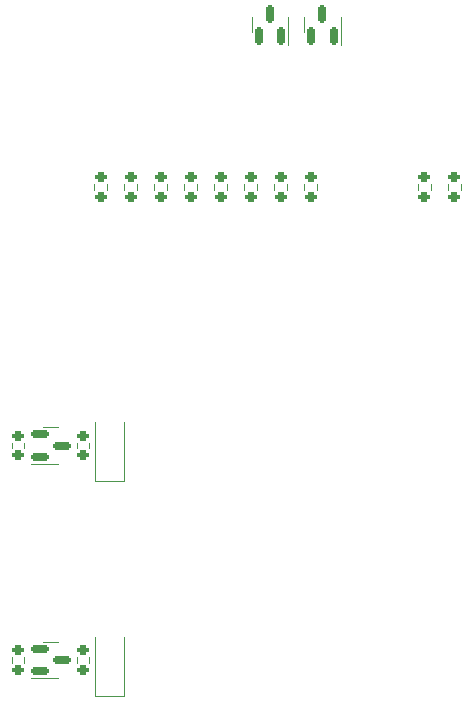
<source format=gbo>
G04 #@! TF.GenerationSoftware,KiCad,Pcbnew,(6.99.0-2815-gbbc0c61ccb)*
G04 #@! TF.CreationDate,2022-08-18T14:12:31+07:00*
G04 #@! TF.ProjectId,Training_Based,54726169-6e69-46e6-975f-42617365642e,rev?*
G04 #@! TF.SameCoordinates,Original*
G04 #@! TF.FileFunction,Legend,Bot*
G04 #@! TF.FilePolarity,Positive*
%FSLAX46Y46*%
G04 Gerber Fmt 4.6, Leading zero omitted, Abs format (unit mm)*
G04 Created by KiCad (PCBNEW (6.99.0-2815-gbbc0c61ccb)) date 2022-08-18 14:12:31*
%MOMM*%
%LPD*%
G01*
G04 APERTURE LIST*
G04 Aperture macros list*
%AMRoundRect*
0 Rectangle with rounded corners*
0 $1 Rounding radius*
0 $2 $3 $4 $5 $6 $7 $8 $9 X,Y pos of 4 corners*
0 Add a 4 corners polygon primitive as box body*
4,1,4,$2,$3,$4,$5,$6,$7,$8,$9,$2,$3,0*
0 Add four circle primitives for the rounded corners*
1,1,$1+$1,$2,$3*
1,1,$1+$1,$4,$5*
1,1,$1+$1,$6,$7*
1,1,$1+$1,$8,$9*
0 Add four rect primitives between the rounded corners*
20,1,$1+$1,$2,$3,$4,$5,0*
20,1,$1+$1,$4,$5,$6,$7,0*
20,1,$1+$1,$6,$7,$8,$9,0*
20,1,$1+$1,$8,$9,$2,$3,0*%
G04 Aperture macros list end*
%ADD10C,0.120000*%
%ADD11C,1.700000*%
%ADD12R,1.700000X1.700000*%
%ADD13O,1.700000X1.700000*%
%ADD14C,1.524000*%
%ADD15R,2.300000X2.300000*%
%ADD16C,2.300000*%
%ADD17C,1.600000*%
%ADD18O,1.600000X1.600000*%
%ADD19C,3.000000*%
%ADD20R,2.000000X2.000000*%
%ADD21C,2.000000*%
%ADD22R,2.000000X3.200000*%
%ADD23C,0.800000*%
%ADD24C,6.400000*%
%ADD25C,1.500000*%
%ADD26R,1.600000X1.600000*%
%ADD27C,1.000000*%
%ADD28R,1.500000X1.500000*%
%ADD29R,3.000000X3.000000*%
%ADD30RoundRect,0.250200X-0.649800X-0.649800X0.649800X-0.649800X0.649800X0.649800X-0.649800X0.649800X0*%
%ADD31C,1.800000*%
%ADD32R,2.032000X1.727200*%
%ADD33O,2.032000X1.727200*%
%ADD34RoundRect,0.200000X0.275000X-0.200000X0.275000X0.200000X-0.275000X0.200000X-0.275000X-0.200000X0*%
%ADD35RoundRect,0.150000X-0.587500X-0.150000X0.587500X-0.150000X0.587500X0.150000X-0.587500X0.150000X0*%
%ADD36R,1.600000X1.800000*%
%ADD37RoundRect,0.150000X0.150000X-0.587500X0.150000X0.587500X-0.150000X0.587500X-0.150000X-0.587500X0*%
%ADD38RoundRect,0.200000X-0.275000X0.200000X-0.275000X-0.200000X0.275000X-0.200000X0.275000X0.200000X0*%
G04 APERTURE END LIST*
D10*
X194372500Y-43637258D02*
X194372500Y-43162742D01*
X195417500Y-43637258D02*
X195417500Y-43162742D01*
X191832500Y-43637258D02*
X191832500Y-43162742D01*
X192877500Y-43637258D02*
X192877500Y-43162742D01*
X183050000Y-63715000D02*
X182400000Y-63715000D01*
X183050000Y-63715000D02*
X183700000Y-63715000D01*
X183050000Y-66835000D02*
X181375000Y-66835000D01*
X183050000Y-66835000D02*
X183700000Y-66835000D01*
X186800000Y-68250000D02*
X186800000Y-63250000D01*
X189300000Y-68250000D02*
X186800000Y-68250000D01*
X189300000Y-68250000D02*
X189300000Y-63250000D01*
X204502500Y-29650000D02*
X204502500Y-30300000D01*
X204502500Y-29650000D02*
X204502500Y-29000000D01*
X207622500Y-29650000D02*
X207622500Y-31325000D01*
X207622500Y-29650000D02*
X207622500Y-29000000D01*
X183050000Y-81865000D02*
X182400000Y-81865000D01*
X183050000Y-81865000D02*
X183700000Y-81865000D01*
X183050000Y-84985000D02*
X181375000Y-84985000D01*
X183050000Y-84985000D02*
X183700000Y-84985000D01*
X200062500Y-29650000D02*
X200062500Y-30300000D01*
X200062500Y-29650000D02*
X200062500Y-29000000D01*
X203182500Y-29650000D02*
X203182500Y-31325000D01*
X203182500Y-29650000D02*
X203182500Y-29000000D01*
X186800000Y-86500000D02*
X186800000Y-81500000D01*
X189300000Y-86500000D02*
X186800000Y-86500000D01*
X189300000Y-86500000D02*
X189300000Y-81500000D01*
X196912500Y-43637258D02*
X196912500Y-43162742D01*
X197957500Y-43637258D02*
X197957500Y-43162742D01*
X179777500Y-65512258D02*
X179777500Y-65037742D01*
X180822500Y-65512258D02*
X180822500Y-65037742D01*
X186752500Y-43637258D02*
X186752500Y-43162742D01*
X187797500Y-43637258D02*
X187797500Y-43162742D01*
X189292500Y-43637258D02*
X189292500Y-43162742D01*
X190337500Y-43637258D02*
X190337500Y-43162742D01*
X216717500Y-43637258D02*
X216717500Y-43162742D01*
X217762500Y-43637258D02*
X217762500Y-43162742D01*
X185277500Y-83662258D02*
X185277500Y-83187742D01*
X186322500Y-83662258D02*
X186322500Y-83187742D01*
X185277500Y-65512258D02*
X185277500Y-65037742D01*
X186322500Y-65512258D02*
X186322500Y-65037742D01*
X201992500Y-43637258D02*
X201992500Y-43162742D01*
X203037500Y-43637258D02*
X203037500Y-43162742D01*
X180822500Y-83187742D02*
X180822500Y-83662258D01*
X179777500Y-83187742D02*
X179777500Y-83662258D01*
X214177500Y-43637258D02*
X214177500Y-43162742D01*
X215222500Y-43637258D02*
X215222500Y-43162742D01*
X204532500Y-43637258D02*
X204532500Y-43162742D01*
X205577500Y-43637258D02*
X205577500Y-43162742D01*
X199452500Y-43637258D02*
X199452500Y-43162742D01*
X200497500Y-43637258D02*
X200497500Y-43162742D01*
%LPC*%
D11*
X132817906Y-108895600D03*
X132817906Y-111435600D03*
X132817906Y-113975600D03*
X132817906Y-116515600D03*
X132817906Y-119081000D03*
X132817906Y-121621000D03*
X132817906Y-124161000D03*
X132817906Y-126701000D03*
X132817906Y-129241000D03*
X132817906Y-131781000D03*
X132817906Y-134321000D03*
X132817906Y-136861000D03*
X132817906Y-139401000D03*
X132817906Y-141941000D03*
X132817906Y-144481000D03*
X132817906Y-147021000D03*
X132817906Y-149561000D03*
X132817906Y-152101000D03*
X132817906Y-154641000D03*
X158117906Y-154641000D03*
X158117906Y-152101000D03*
X158117906Y-149561000D03*
X158117906Y-147021000D03*
X158117906Y-144481000D03*
X158117906Y-141941000D03*
X158117906Y-139401000D03*
X158117906Y-136861000D03*
X158117906Y-134321000D03*
X158117906Y-131781000D03*
X158117906Y-129241000D03*
X158117906Y-126701000D03*
X158117906Y-124161000D03*
X158117906Y-121621000D03*
X158117906Y-119081000D03*
X158117906Y-116515600D03*
X158117906Y-113975600D03*
X158117906Y-111435600D03*
X158117906Y-108895600D03*
D12*
X212852253Y-96612499D03*
D13*
X212852253Y-99152499D03*
X212852253Y-101692499D03*
D12*
X54389999Y-106549999D03*
D13*
X51849999Y-106549999D03*
X54389999Y-109089999D03*
X51849999Y-109089999D03*
D14*
X89297500Y-36150000D03*
X86757500Y-36150000D03*
X84237500Y-36150000D03*
X81687500Y-36150000D03*
D15*
X30149999Y-78404999D03*
D16*
X30150000Y-81905000D03*
D12*
X195024999Y-117074999D03*
D13*
X197564999Y-117074999D03*
X200104999Y-117074999D03*
X202644999Y-117074999D03*
X205184999Y-117074999D03*
X207724999Y-117074999D03*
X210264999Y-117074999D03*
X212804999Y-117074999D03*
D12*
X156823070Y-42199999D03*
D13*
X159363070Y-42199999D03*
X161903070Y-42199999D03*
X164443070Y-42199999D03*
X166983070Y-42199999D03*
X169523070Y-42199999D03*
X172063070Y-42199999D03*
X174603070Y-42199999D03*
D12*
X51949999Y-145859999D03*
D13*
X51949999Y-148399999D03*
X54489999Y-145859999D03*
X54489999Y-148399999D03*
X57029999Y-145859999D03*
X57029999Y-148399999D03*
X59569999Y-145859999D03*
X59569999Y-148399999D03*
X62109999Y-145859999D03*
X62109999Y-148399999D03*
D12*
X212902253Y-106312499D03*
D13*
X212902253Y-108852499D03*
X212902253Y-111392499D03*
D12*
X68539999Y-70149999D03*
D13*
X65999999Y-70149999D03*
X68539999Y-72689999D03*
X65999999Y-72689999D03*
X68539999Y-75229999D03*
X65999999Y-75229999D03*
D12*
X68539999Y-83879998D03*
D13*
X65999999Y-83879998D03*
X68539999Y-86419998D03*
X65999999Y-86419998D03*
D17*
X38870000Y-122505000D03*
D18*
X49029999Y-122504999D03*
D19*
X194250000Y-65275000D03*
X208450000Y-59275000D03*
X208450000Y-71275000D03*
X196250000Y-71275000D03*
X196250000Y-59275000D03*
D20*
X79749999Y-127349999D03*
D21*
X84750000Y-127350000D03*
X82250000Y-127350000D03*
D22*
X76649999Y-119849999D03*
X87849999Y-119849999D03*
D21*
X84750000Y-112850000D03*
X79750000Y-112850000D03*
D15*
X220349999Y-86869999D03*
D16*
X220350000Y-83370000D03*
X220350000Y-79870000D03*
D12*
X51949999Y-138209999D03*
D13*
X51949999Y-140749999D03*
X54489999Y-138209999D03*
X54489999Y-140749999D03*
X57029999Y-138209999D03*
X57029999Y-140749999D03*
X59569999Y-138209999D03*
X59569999Y-140749999D03*
X62109999Y-138209999D03*
X62109999Y-140749999D03*
D23*
X223600000Y-24000000D03*
X224302944Y-22302944D03*
X224302944Y-25697056D03*
X226000000Y-21600000D03*
D24*
X226000000Y-24000000D03*
D23*
X226000000Y-26400000D03*
X227697056Y-22302944D03*
X227697056Y-25697056D03*
X228400000Y-24000000D03*
D15*
X30632499Y-119004999D03*
D16*
X30632500Y-122505000D03*
D15*
X220349999Y-68719999D03*
D16*
X220350000Y-65220000D03*
X220350000Y-61720000D03*
D23*
X21600000Y-24000000D03*
X22302944Y-22302944D03*
X22302944Y-25697056D03*
X24000000Y-21600000D03*
D24*
X24000000Y-24000000D03*
D23*
X24000000Y-26400000D03*
X25697056Y-22302944D03*
X25697056Y-25697056D03*
X26400000Y-24000000D03*
D25*
X55350000Y-54750000D03*
X58750000Y-54750000D03*
D21*
X104950000Y-150000000D03*
X98450000Y-150000000D03*
X104950000Y-145500000D03*
X98450000Y-145500000D03*
D12*
X99749999Y-116524999D03*
D13*
X97209999Y-116524999D03*
X99749999Y-119064999D03*
X97209999Y-119064999D03*
X99749999Y-121604999D03*
X97209999Y-121604999D03*
X99749999Y-124144999D03*
X97209999Y-124144999D03*
X99749999Y-126684999D03*
X97209999Y-126684999D03*
D12*
X43109999Y-36549999D03*
D13*
X45649999Y-36549999D03*
X43109999Y-34009999D03*
X45649999Y-34009999D03*
D17*
X35770000Y-81329999D03*
D18*
X45929999Y-81329998D03*
D26*
X50599999Y-81329998D03*
D18*
X50599999Y-83869998D03*
X50599999Y-86409998D03*
X50599999Y-88949998D03*
X58219999Y-88949998D03*
X58219999Y-86409998D03*
X58219999Y-83869998D03*
X58219999Y-81329998D03*
D12*
X187274999Y-46709999D03*
D13*
X187274999Y-49249999D03*
X189814999Y-46709999D03*
X189814999Y-49249999D03*
X192354999Y-46709999D03*
X192354999Y-49249999D03*
X194894999Y-46709999D03*
X194894999Y-49249999D03*
X197434999Y-46709999D03*
X197434999Y-49249999D03*
X199974999Y-46709999D03*
X199974999Y-49249999D03*
X202514999Y-46709999D03*
X202514999Y-49249999D03*
X205054999Y-46709999D03*
X205054999Y-49249999D03*
D17*
X48980000Y-119005000D03*
D18*
X38819999Y-119004999D03*
D27*
X27475000Y-142550000D03*
X27475000Y-146950000D03*
D12*
X197299999Y-102712499D03*
D13*
X194759999Y-102712499D03*
X197299999Y-105252499D03*
X194759999Y-105252499D03*
D20*
X114099999Y-27999999D03*
D21*
X121700000Y-28000000D03*
D28*
X192412499Y-39587499D03*
D25*
X194952500Y-39587500D03*
X197492500Y-39587500D03*
X200032500Y-39587500D03*
X202572500Y-39587500D03*
X205112500Y-39587500D03*
X207652500Y-39587500D03*
X210192500Y-39587500D03*
X212732500Y-39587500D03*
X212732500Y-24347500D03*
X210192500Y-24347500D03*
X207652500Y-24347500D03*
X205112500Y-24347500D03*
X202572500Y-24347500D03*
X200032500Y-24347500D03*
X197492500Y-24347500D03*
X194952500Y-24347500D03*
X192412500Y-24347500D03*
D21*
X84950000Y-149999999D03*
X78450000Y-149999999D03*
X84950000Y-145499999D03*
X78450000Y-145499999D03*
D29*
X29799999Y-99799999D03*
D19*
X29800000Y-104800000D03*
X29800000Y-109800000D03*
D30*
X68375000Y-58775000D03*
D31*
X70915000Y-58775000D03*
X73455000Y-58775000D03*
D20*
X131949999Y-27999999D03*
D21*
X139550000Y-28000000D03*
D17*
X35770000Y-86409999D03*
D18*
X45929999Y-86409998D03*
D12*
X171599999Y-108895599D03*
D13*
X171599999Y-111435599D03*
X171599999Y-113975599D03*
X171599999Y-116515599D03*
X171599999Y-119055599D03*
X171599999Y-121595599D03*
X171599999Y-124135599D03*
X171599999Y-126675599D03*
X171599999Y-129215599D03*
X171599999Y-131755599D03*
X171599999Y-134295599D03*
X171599999Y-136835599D03*
X171599999Y-139375599D03*
X171599999Y-141915599D03*
X171599999Y-144455599D03*
X171599999Y-146995599D03*
X171599999Y-149535599D03*
X171599999Y-152075599D03*
X171599999Y-154615599D03*
D15*
X30149999Y-88354999D03*
D16*
X30150000Y-91855000D03*
D19*
X194100000Y-83425000D03*
X208300000Y-77425000D03*
X208300000Y-89425000D03*
X196100000Y-89425000D03*
X196100000Y-77425000D03*
D23*
X223600000Y-156000000D03*
X224302944Y-154302944D03*
X224302944Y-157697056D03*
X226000000Y-153600000D03*
D24*
X226000000Y-156000000D03*
D23*
X226000000Y-158400000D03*
X227697056Y-154302944D03*
X227697056Y-157697056D03*
X228400000Y-156000000D03*
D12*
X115749999Y-108895599D03*
D13*
X115749999Y-111435599D03*
X115749999Y-113975599D03*
X115749999Y-116515599D03*
X115749999Y-119055599D03*
X115749999Y-121595599D03*
X115749999Y-124135599D03*
X115749999Y-126675599D03*
X115749999Y-129215599D03*
X115749999Y-131755599D03*
X115749999Y-134295599D03*
X115749999Y-136835599D03*
X115749999Y-139375599D03*
X115749999Y-141915599D03*
X115749999Y-144455599D03*
X115749999Y-146995599D03*
X115749999Y-149535599D03*
X115749999Y-152075599D03*
X115749999Y-154615599D03*
D12*
X51949999Y-130559999D03*
D13*
X51949999Y-133099999D03*
X54489999Y-130559999D03*
X54489999Y-133099999D03*
X57029999Y-130559999D03*
X57029999Y-133099999D03*
X59569999Y-130559999D03*
X59569999Y-133099999D03*
X62109999Y-130559999D03*
X62109999Y-133099999D03*
D12*
X94609999Y-40799999D03*
D13*
X97149999Y-40799999D03*
X94609999Y-38259999D03*
X97149999Y-38259999D03*
D12*
X185009999Y-75924999D03*
D13*
X187549999Y-75924999D03*
X185009999Y-73384999D03*
X187549999Y-73384999D03*
D12*
X119349999Y-108895599D03*
D13*
X119349999Y-111435599D03*
X119349999Y-113975599D03*
X119349999Y-116515599D03*
X119349999Y-119055599D03*
X119349999Y-121595599D03*
X119349999Y-124135599D03*
X119349999Y-126675599D03*
X119349999Y-129215599D03*
X119349999Y-131755599D03*
X119349999Y-134295599D03*
X119349999Y-136835599D03*
X119349999Y-139375599D03*
X119349999Y-141915599D03*
X119349999Y-144455599D03*
X119349999Y-146995599D03*
X119349999Y-149535599D03*
X119349999Y-152075599D03*
X119349999Y-154615599D03*
D12*
X48799999Y-28124999D03*
D13*
X46259999Y-28124999D03*
X43719999Y-28124999D03*
X41179999Y-28124999D03*
D12*
X132449999Y-41139999D03*
D13*
X132449999Y-38599999D03*
X129909999Y-41139999D03*
X129909999Y-38599999D03*
D12*
X195024999Y-157174999D03*
D13*
X197564999Y-157174999D03*
X200104999Y-157174999D03*
X202644999Y-157174999D03*
X205184999Y-157174999D03*
X207724999Y-157174999D03*
X210264999Y-157174999D03*
X212804999Y-157174999D03*
D23*
X21600000Y-156000000D03*
X22302944Y-154302944D03*
X22302944Y-157697056D03*
X24000000Y-153600000D03*
D24*
X24000000Y-156000000D03*
D23*
X24000000Y-158400000D03*
X25697056Y-154302944D03*
X25697056Y-157697056D03*
X26400000Y-156000000D03*
D32*
X44199999Y-61139999D03*
D33*
X44199999Y-58599999D03*
X44199999Y-56059999D03*
D12*
X214699999Y-46709999D03*
D13*
X214699999Y-49249999D03*
X217239999Y-46709999D03*
X217239999Y-49249999D03*
D12*
X175249999Y-108895599D03*
D13*
X175249999Y-111435599D03*
X175249999Y-113975599D03*
X175249999Y-116515599D03*
X175249999Y-119055599D03*
X175249999Y-121595599D03*
X175249999Y-124135599D03*
X175249999Y-126675599D03*
X175249999Y-129215599D03*
X175249999Y-131755599D03*
X175249999Y-134295599D03*
X175249999Y-136835599D03*
X175249999Y-139375599D03*
X175249999Y-141915599D03*
X175249999Y-144455599D03*
X175249999Y-146995599D03*
X175249999Y-149535599D03*
X175249999Y-152075599D03*
X175249999Y-154615599D03*
D34*
X194895000Y-44225000D03*
X194895000Y-42575000D03*
X192355000Y-44225000D03*
X192355000Y-42575000D03*
D35*
X182112500Y-66225000D03*
X182112500Y-64325000D03*
X183987500Y-65275000D03*
D36*
X188049999Y-67249999D03*
X188049999Y-63249999D03*
D37*
X207012500Y-30587500D03*
X205112500Y-30587500D03*
X206062500Y-28712500D03*
D35*
X182112500Y-84375000D03*
X182112500Y-82475000D03*
X183987500Y-83425000D03*
D37*
X202572500Y-30587500D03*
X200672500Y-30587500D03*
X201622500Y-28712500D03*
D36*
X188049999Y-85499999D03*
X188049999Y-81499999D03*
D34*
X197435000Y-44225000D03*
X197435000Y-42575000D03*
X180300000Y-66100000D03*
X180300000Y-64450000D03*
X187275000Y-44225000D03*
X187275000Y-42575000D03*
X189815000Y-44225000D03*
X189815000Y-42575000D03*
X217240000Y-44225000D03*
X217240000Y-42575000D03*
X185800000Y-84250000D03*
X185800000Y-82600000D03*
X185800000Y-66100000D03*
X185800000Y-64450000D03*
X202515000Y-44225000D03*
X202515000Y-42575000D03*
D38*
X180300000Y-82600000D03*
X180300000Y-84250000D03*
D34*
X214700000Y-44225000D03*
X214700000Y-42575000D03*
X205055000Y-44225000D03*
X205055000Y-42575000D03*
X199975000Y-44225000D03*
X199975000Y-42575000D03*
M02*

</source>
